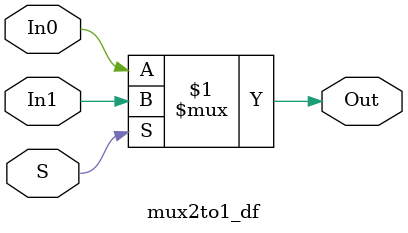
<source format=v>
`timescale 1ns / 1ps


module mux2to1_df(
    input In0,
    input In1,
    input S,
    output Out
    );
    
    assign Out = (S) ? In1 : In0;
    
endmodule

</source>
